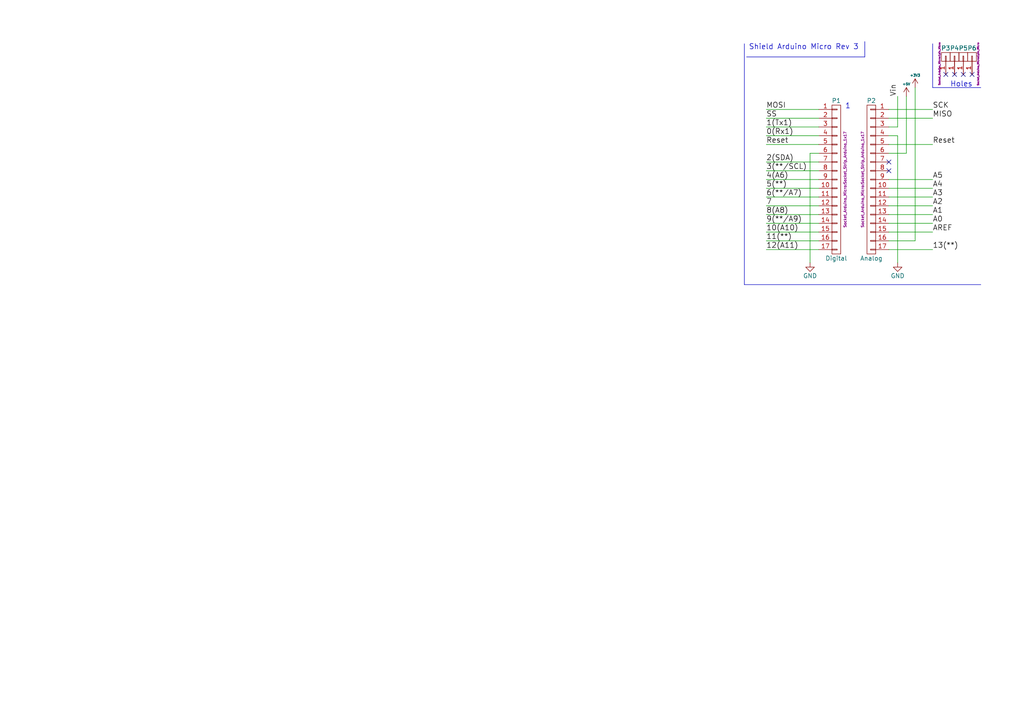
<source format=kicad_sch>
(kicad_sch (version 20230121) (generator eeschema)
  (paper "A4")
  (title_block (date "sam. 04 avril 2015"))
  (lib_symbols
    (symbol "Arduino_Micro-rescue:+3.3V" (power) (pin_names (offset 0))
      (property "Value" "+3.3V" (at 0 3.556 0))
      (symbol "+3.3V_0_1"
        (polyline (pts (xy -0.762 1.27) (xy 0 2.54)))
        (polyline (pts (xy 0 0) (xy 0 2.54)))
        (polyline (pts (xy 0 2.54) (xy 0.762 1.27)))
      )
      (symbol "+3.3V_1_1"
        (pin power_in line (at 0 0 90) (length 0) hide (name "+3V3") (number "1"))
      )
    )
    (symbol "Arduino_Micro-rescue:+5V" (power) (pin_names (offset 0))
      (property "Value" "+5V" (at 0 3.556 0))
      (symbol "+5V_0_1"
        (polyline (pts (xy -0.762 1.27) (xy 0 2.54)))
        (polyline (pts (xy 0 0) (xy 0 2.54)))
        (polyline (pts (xy 0 2.54) (xy 0.762 1.27)))
      )
      (symbol "+5V_1_1"
        (pin power_in line (at 0 0 90) (length 0) hide (name "+5V") (number "1"))
      )
    )
    (symbol "Arduino_Micro-rescue:CONN_01X01" (pin_names (offset 1.016) hide)
      (property "Reference" "P" (at 0 2.54 0))
      (property "Value" "CONN_01X01" (at 2.54 0 90))
      (symbol "CONN_01X01_0_1"
        (rectangle (start -1.27 0.127) (end 0.254 -0.127))
        (rectangle (start -1.27 1.27) (end 1.27 -1.27))
      )
      (symbol "CONN_01X01_1_1"
        (pin passive line (at -5.08 0 0) (length 3.81) (name "P1") (number "1"))
      )
    )
    (symbol "Arduino_Micro-rescue:CONN_01X17" (pin_names (offset 1.016) hide)
      (property "Reference" "P" (at 0 22.86 0))
      (property "Value" "CONN_01X17" (at 2.54 0 90))
      (symbol "CONN_01X17_0_1"
        (rectangle (start -1.27 -20.193) (end 0.254 -20.447))
        (rectangle (start -1.27 -17.653) (end 0.254 -17.907))
        (rectangle (start -1.27 -15.113) (end 0.254 -15.367))
        (rectangle (start -1.27 -12.573) (end 0.254 -12.827))
        (rectangle (start -1.27 -10.033) (end 0.254 -10.287))
        (rectangle (start -1.27 -7.493) (end 0.254 -7.747))
        (rectangle (start -1.27 -4.953) (end 0.254 -5.207))
        (rectangle (start -1.27 -2.413) (end 0.254 -2.667))
        (rectangle (start -1.27 0.127) (end 0.254 -0.127))
        (rectangle (start -1.27 2.667) (end 0.254 2.413))
        (rectangle (start -1.27 5.207) (end 0.254 4.953))
        (rectangle (start -1.27 7.747) (end 0.254 7.493))
        (rectangle (start -1.27 10.287) (end 0.254 10.033))
        (rectangle (start -1.27 12.827) (end 0.254 12.573))
        (rectangle (start -1.27 15.367) (end 0.254 15.113))
        (rectangle (start -1.27 17.907) (end 0.254 17.653))
        (rectangle (start -1.27 20.447) (end 0.254 20.193))
        (rectangle (start -1.27 21.59) (end 1.27 -21.59))
      )
      (symbol "CONN_01X17_1_1"
        (pin passive line (at -5.08 20.32 0) (length 3.81) (name "P1") (number "1"))
        (pin passive line (at -5.08 -2.54 0) (length 3.81) (name "P10") (number "10"))
        (pin passive line (at -5.08 -5.08 0) (length 3.81) (name "P11") (number "11"))
        (pin passive line (at -5.08 -7.62 0) (length 3.81) (name "P12") (number "12"))
        (pin passive line (at -5.08 -10.16 0) (length 3.81) (name "P13") (number "13"))
        (pin passive line (at -5.08 -12.7 0) (length 3.81) (name "P14") (number "14"))
        (pin passive line (at -5.08 -15.24 0) (length 3.81) (name "P15") (number "15"))
        (pin passive line (at -5.08 -17.78 0) (length 3.81) (name "P16") (number "16"))
        (pin passive line (at -5.08 -20.32 0) (length 3.81) (name "P17") (number "17"))
        (pin passive line (at -5.08 17.78 0) (length 3.81) (name "P2") (number "2"))
        (pin passive line (at -5.08 15.24 0) (length 3.81) (name "P3") (number "3"))
        (pin passive line (at -5.08 12.7 0) (length 3.81) (name "P4") (number "4"))
        (pin passive line (at -5.08 10.16 0) (length 3.81) (name "P5") (number "5"))
        (pin passive line (at -5.08 7.62 0) (length 3.81) (name "P6") (number "6"))
        (pin passive line (at -5.08 5.08 0) (length 3.81) (name "P7") (number "7"))
        (pin passive line (at -5.08 2.54 0) (length 3.81) (name "P8") (number "8"))
        (pin passive line (at -5.08 0 0) (length 3.81) (name "P9") (number "9"))
      )
    )
    (symbol "Arduino_Micro-rescue:GND" (power) (pin_names (offset 0))
      (property "Value" "GND" (at 0 -3.81 0))
      (symbol "GND_0_1"
        (polyline (pts (xy 0 0) (xy 0 -1.27) (xy 1.27 -1.27) (xy 0 -2.54) (xy -1.27 -1.27) (xy 0 -1.27)))
      )
      (symbol "GND_1_1"
        (pin power_in line (at 0 0 270) (length 0) hide (name "GND") (number "1"))
      )
    )
  )
  (no_connect (at 279.4 21.59))
  (no_connect (at 274.32 21.59))
  (no_connect (at 257.81 49.53))
  (no_connect (at 281.94 21.59))
  (no_connect (at 257.81 46.99))
  (no_connect (at 276.86 21.59))
  (wire (pts (xy 270.51 59.69) (xy 257.81 59.69)))
  (wire (pts (xy 222.25 52.07) (xy 237.49 52.07)))
  (polyline (pts (xy 215.9 12.7) (xy 215.9 82.55)))
  (wire (pts (xy 222.25 31.75) (xy 237.49 31.75)))
  (wire (pts (xy 270.51 72.39) (xy 257.81 72.39)))
  (wire (pts (xy 257.81 54.61) (xy 270.51 54.61)))
  (wire (pts (xy 270.51 52.07) (xy 257.81 52.07)))
  (wire (pts (xy 222.25 64.77) (xy 237.49 64.77)))
  (wire (pts (xy 234.95 44.45) (xy 234.95 76.2)))
  (wire (pts (xy 222.25 39.37) (xy 237.49 39.37)))
  (wire (pts (xy 257.81 34.29) (xy 270.51 34.29)))
  (wire (pts (xy 257.81 36.83) (xy 260.35 36.83)))
  (wire (pts (xy 260.35 36.83) (xy 260.35 27.94)))
  (wire (pts (xy 262.89 44.45) (xy 262.89 27.94)))
  (wire (pts (xy 265.43 69.85) (xy 257.81 69.85)))
  (wire (pts (xy 222.25 57.15) (xy 237.49 57.15)))
  (wire (pts (xy 222.25 49.53) (xy 237.49 49.53)))
  (wire (pts (xy 270.51 31.75) (xy 257.81 31.75)))
  (wire (pts (xy 257.81 67.31) (xy 270.51 67.31)))
  (wire (pts (xy 260.35 39.37) (xy 260.35 76.2)))
  (wire (pts (xy 257.81 39.37) (xy 260.35 39.37)))
  (wire (pts (xy 222.25 46.99) (xy 237.49 46.99)))
  (wire (pts (xy 222.25 72.39) (xy 237.49 72.39)))
  (wire (pts (xy 237.49 44.45) (xy 234.95 44.45)))
  (polyline (pts (xy 215.9 82.55) (xy 284.48 82.55)))
  (wire (pts (xy 222.25 69.85) (xy 237.49 69.85)))
  (wire (pts (xy 222.25 59.69) (xy 237.49 59.69)))
  (wire (pts (xy 222.25 36.83) (xy 237.49 36.83)))
  (wire (pts (xy 257.81 62.23) (xy 270.51 62.23)))
  (wire (pts (xy 222.25 62.23) (xy 237.49 62.23)))
  (wire (pts (xy 222.25 54.61) (xy 237.49 54.61)))
  (wire (pts (xy 222.25 41.91) (xy 237.49 41.91)))
  (wire (pts (xy 222.25 34.29) (xy 237.49 34.29)))
  (wire (pts (xy 222.25 67.31) (xy 237.49 67.31)))
  (wire (pts (xy 265.43 25.4) (xy 265.43 69.85)))
  (polyline (pts (xy 250.825 16.51) (xy 250.825 12.065)))
  (polyline (pts (xy 284.48 25.4) (xy 270.51 25.4)))
  (wire (pts (xy 270.51 41.91) (xy 257.81 41.91)))
  (polyline (pts (xy 270.51 25.4) (xy 270.51 12.7)))
  (wire (pts (xy 257.81 44.45) (xy 262.89 44.45)))
  (wire (pts (xy 270.51 64.77) (xy 257.81 64.77)))
  (wire (pts (xy 270.51 57.15) (xy 257.81 57.15)))
  (polyline (pts (xy 216.535 16.51) (xy 250.825 16.51)))
  (text "1" (at 245.11 31.75 0) (effects (font (size 1.524 1.524)) (justify left bottom)))
  (text "Shield Arduino Micro Rev 3" (at 217.17 14.605 0) (effects (font (size 1.524 1.524)) (justify left bottom)))
  (text "Holes" (at 275.59 25.4 0) (effects (font (size 1.524 1.524)) (justify left bottom)))
  (label "6(**/A7)" (at 222.25 57.15 0) (effects (font (size 1.524 1.524))))
  (label "2(SDA)" (at 222.25 46.99 0) (effects (font (size 1.524 1.524))))
  (label "A4" (at 270.51 54.61 0) (effects (font (size 1.524 1.524))))
  (label "1(Tx1)" (at 222.25 36.83 0) (effects (font (size 1.524 1.524))))
  (label "5(**)" (at 222.25 54.61 0) (effects (font (size 1.524 1.524))))
  (label "11(**)" (at 222.25 69.85 0) (effects (font (size 1.524 1.524))))
  (label "SCK" (at 270.51 31.75 0) (effects (font (size 1.524 1.524))))
  (label "A2" (at 270.51 59.69 0) (effects (font (size 1.524 1.524))))
  (label "10(A10)" (at 222.25 67.31 0) (effects (font (size 1.524 1.524))))
  (label "Vin" (at 260.35 27.94 90) (effects (font (size 1.524 1.524))))
  (label "3(**/SCL)" (at 222.25 49.53 0) (effects (font (size 1.524 1.524))))
  (label "A0" (at 270.51 64.77 0) (effects (font (size 1.524 1.524))))
  (label "MOSI" (at 222.25 31.75 0) (effects (font (size 1.524 1.524))))
  (label "8(A8)" (at 222.25 62.23 0) (effects (font (size 1.524 1.524))))
  (label "Reset" (at 270.51 41.91 0) (effects (font (size 1.524 1.524))))
  (label "Reset" (at 222.25 41.91 0) (effects (font (size 1.524 1.524))))
  (label "A3" (at 270.51 57.15 0) (effects (font (size 1.524 1.524))))
  (label "AREF" (at 270.51 67.31 0) (effects (font (size 1.524 1.524))))
  (label "13(**)" (at 270.51 72.39 0) (effects (font (size 1.524 1.524))))
  (label "SS" (at 222.25 34.29 0) (effects (font (size 1.524 1.524))))
  (label "A5" (at 270.51 52.07 0) (effects (font (size 1.524 1.524))))
  (label "0(Rx1)" (at 222.25 39.37 0) (effects (font (size 1.524 1.524))))
  (label "9(**/A9)" (at 222.25 64.77 0) (effects (font (size 1.524 1.524))))
  (label "MISO" (at 270.51 34.29 0) (effects (font (size 1.524 1.524))))
  (label "4(A6)" (at 222.25 52.07 0) (effects (font (size 1.524 1.524))))
  (label "12(A11)" (at 222.25 72.39 0) (effects (font (size 1.524 1.524))))
  (label "7" (at 222.25 59.69 0) (effects (font (size 1.524 1.524))))
  (label "A1" (at 270.51 62.23 0) (effects (font (size 1.524 1.524))))
  (symbol (lib_id "Arduino_Micro-rescue:CONN_01X17") (at 242.57 52.07 0) (unit 1)
    (property "Reference" "P1" (at 242.57 29.21 0))
    (property "Value" "Digital" (at 242.57 74.93 0))
    (property "Footprint" "Socket_Arduino_Micro:Socket_Strip_Arduino_1x17" (at 245.11 52.07 90) (effects (font (size 0.762 0.762))))
  )
  (symbol (lib_id "Arduino_Micro-rescue:CONN_01X17") (at 252.73 52.07 0) (mirror y) (unit 1)
    (property "Reference" "P2" (at 252.73 29.21 0))
    (property "Value" "Analog" (at 252.73 74.93 0))
    (property "Footprint" "Socket_Arduino_Micro:Socket_Strip_Arduino_1x17" (at 250.19 52.07 90) (effects (font (size 0.762 0.762))))
  )
  (symbol (lib_id "Arduino_Micro-rescue:GND") (at 234.95 76.2 0) (unit 1)
    (property "Reference" "#PWR01" (effects hide))
    (property "Value" "GND" (at 234.95 80.01 0))
  )
  (symbol (lib_id "Arduino_Micro-rescue:+5V") (at 262.89 27.94 0) (unit 1)
    (property "Reference" "#PWR02" (effects hide))
    (property "Value" "+5V" (at 262.89 24.384 0) (effects (font (size 0.7112 0.7112))))
  )
  (symbol (lib_id "Arduino_Micro-rescue:GND") (at 260.35 76.2 0) (unit 1)
    (property "Reference" "#PWR03" (effects hide))
    (property "Value" "GND" (at 260.35 80.01 0))
  )
  (symbol (lib_id "Arduino_Micro-rescue:+3.3V") (at 265.43 25.4 0) (unit 1)
    (property "Reference" "#PWR04" (effects hide))
    (property "Value" "+3.3V" (at 265.43 21.844 0) (effects (font (size 0.7112 0.7112))))
  )
  (symbol (lib_id "Arduino_Micro-rescue:CONN_01X01") (at 274.32 16.51 90) (unit 1)
    (property "Reference" "P3" (at 274.32 13.97 90))
    (property "Value" "CONN_01X01" (effects hide))
    (property "Footprint" "Socket_Arduino_Micro:1pin_Micro" (at 272.4912 18.4912 0) (effects (font (size 0.508 0.508))))
  )
  (symbol (lib_id "Arduino_Micro-rescue:CONN_01X01") (at 276.86 16.51 90) (unit 1)
    (property "Reference" "P4" (at 276.86 13.97 90))
    (property "Value" "CONN_01X01" (effects hide))
    (property "Footprint" "Socket_Arduino_Micro:1pin_Micro" (effects hide))
  )
  (symbol (lib_id "Arduino_Micro-rescue:CONN_01X01") (at 279.4 16.51 90) (unit 1)
    (property "Reference" "P5" (at 279.4 13.97 90))
    (property "Value" "CONN_01X01" (effects hide))
    (property "Footprint" "Socket_Arduino_Micro:1pin_Micro" (effects hide))
  )
  (symbol (lib_id "Arduino_Micro-rescue:CONN_01X01") (at 281.94 16.51 90) (unit 1)
    (property "Reference" "P6" (at 281.94 13.97 90))
    (property "Value" "CONN_01X01" (effects hide))
    (property "Footprint" "Socket_Arduino_Micro:1pin_Micro" (at 283.6926 18.5674 0) (effects (font (size 0.508 0.508))))
  )
)
</source>
